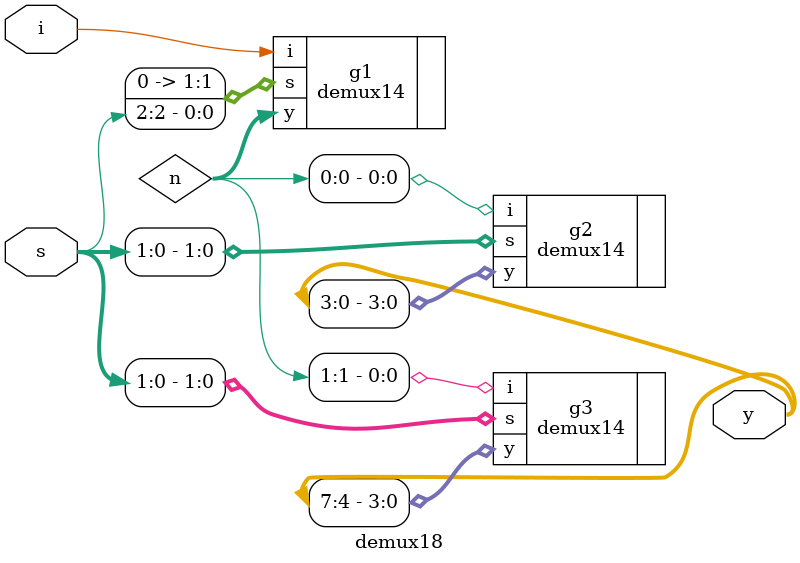
<source format=v>
`include "demux14.v"
module demux18(i,s,y);
 input i;
 input [2:0]s;
 output [7:0]y;
 wire [3:0]n;
demux14 g1 (.i(i),.s({1'b0,s[2]}),.y(n));
demux14 g2 (.i(n[0]),.s(s[1:0]),.y(y[3:0]));
demux14 g3 (.i(n[1]),.s(s[1:0]),.y(y[7:4]));
endmodule 

</source>
